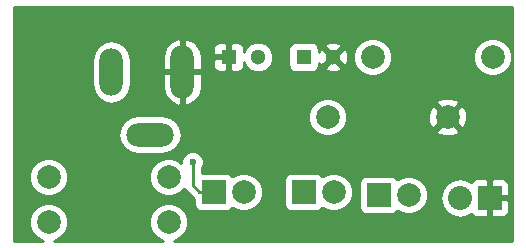
<source format=gbr>
G04 #@! TF.FileFunction,Copper,L2,Bot,Signal*
%FSLAX46Y46*%
G04 Gerber Fmt 4.6, Leading zero omitted, Abs format (unit mm)*
G04 Created by KiCad (PCBNEW 4.0.3-stable) date Sun Aug 21 15:47:32 2016*
%MOMM*%
%LPD*%
G01*
G04 APERTURE LIST*
%ADD10C,0.100000*%
%ADD11R,1.300000X1.300000*%
%ADD12C,1.300000*%
%ADD13R,2.032000X2.032000*%
%ADD14O,2.032000X2.032000*%
%ADD15C,1.998980*%
%ADD16O,4.000500X1.998980*%
%ADD17O,1.998980X4.000500*%
%ADD18O,1.998980X4.500880*%
%ADD19R,2.000000X2.000000*%
%ADD20C,2.000000*%
%ADD21C,0.600000*%
%ADD22C,0.250000*%
%ADD23C,0.254000*%
G04 APERTURE END LIST*
D10*
D11*
X133350000Y-93980000D03*
D12*
X135850000Y-93980000D03*
D11*
X139700000Y-93980000D03*
D12*
X142200000Y-93980000D03*
D13*
X155448000Y-105918000D03*
D14*
X152908000Y-105918000D03*
D15*
X118110000Y-104140000D03*
X128270000Y-104140000D03*
X118110000Y-107950000D03*
X128270000Y-107950000D03*
X151892000Y-99060000D03*
X141732000Y-99060000D03*
D16*
X126690120Y-100550980D03*
D17*
X123438920Y-95250000D03*
D18*
X129440940Y-95250000D03*
D15*
X145542000Y-93980000D03*
X155702000Y-93980000D03*
D19*
X132080000Y-105410000D03*
D20*
X134620000Y-105410000D03*
D19*
X139700000Y-105410000D03*
D20*
X142240000Y-105410000D03*
D19*
X146050000Y-105664000D03*
D20*
X148590000Y-105664000D03*
D21*
X138175199Y-99956413D03*
X136398000Y-99949760D03*
X137597500Y-99422500D03*
X136722500Y-99020000D03*
X130302000Y-102870000D03*
D22*
X130302000Y-102870000D02*
X130302000Y-104832000D01*
X130302000Y-104832000D02*
X130880000Y-105410000D01*
X130880000Y-105410000D02*
X132080000Y-105410000D01*
D23*
G36*
X157353000Y-109526000D02*
X128735938Y-109526000D01*
X129194655Y-109336462D01*
X129654846Y-108877073D01*
X129904206Y-108276547D01*
X129904774Y-107626306D01*
X129656462Y-107025345D01*
X129197073Y-106565154D01*
X128596547Y-106315794D01*
X127946306Y-106315226D01*
X127345345Y-106563538D01*
X126885154Y-107022927D01*
X126635794Y-107623453D01*
X126635226Y-108273694D01*
X126883538Y-108874655D01*
X127342927Y-109334846D01*
X127803277Y-109526000D01*
X118575938Y-109526000D01*
X119034655Y-109336462D01*
X119494846Y-108877073D01*
X119744206Y-108276547D01*
X119744774Y-107626306D01*
X119496462Y-107025345D01*
X119037073Y-106565154D01*
X118436547Y-106315794D01*
X117786306Y-106315226D01*
X117185345Y-106563538D01*
X116725154Y-107022927D01*
X116475794Y-107623453D01*
X116475226Y-108273694D01*
X116723538Y-108874655D01*
X117182927Y-109334846D01*
X117643277Y-109526000D01*
X115189000Y-109526000D01*
X115189000Y-104463694D01*
X116475226Y-104463694D01*
X116723538Y-105064655D01*
X117182927Y-105524846D01*
X117783453Y-105774206D01*
X118433694Y-105774774D01*
X119034655Y-105526462D01*
X119494846Y-105067073D01*
X119744206Y-104466547D01*
X119744208Y-104463694D01*
X126635226Y-104463694D01*
X126883538Y-105064655D01*
X127342927Y-105524846D01*
X127943453Y-105774206D01*
X128593694Y-105774774D01*
X129194655Y-105526462D01*
X129599708Y-105122115D01*
X129599852Y-105122839D01*
X129764599Y-105369401D01*
X130342599Y-105947401D01*
X130432560Y-106007511D01*
X130432560Y-106410000D01*
X130476838Y-106645317D01*
X130615910Y-106861441D01*
X130828110Y-107006431D01*
X131080000Y-107057440D01*
X133080000Y-107057440D01*
X133315317Y-107013162D01*
X133531441Y-106874090D01*
X133628910Y-106731439D01*
X133692637Y-106795278D01*
X134293352Y-107044716D01*
X134943795Y-107045284D01*
X135544943Y-106796894D01*
X136005278Y-106337363D01*
X136254716Y-105736648D01*
X136255284Y-105086205D01*
X136006894Y-104485057D01*
X135931969Y-104410000D01*
X138052560Y-104410000D01*
X138052560Y-106410000D01*
X138096838Y-106645317D01*
X138235910Y-106861441D01*
X138448110Y-107006431D01*
X138700000Y-107057440D01*
X140700000Y-107057440D01*
X140935317Y-107013162D01*
X141151441Y-106874090D01*
X141248910Y-106731439D01*
X141312637Y-106795278D01*
X141913352Y-107044716D01*
X142563795Y-107045284D01*
X143164943Y-106796894D01*
X143625278Y-106337363D01*
X143874716Y-105736648D01*
X143875284Y-105086205D01*
X143700832Y-104664000D01*
X144402560Y-104664000D01*
X144402560Y-106664000D01*
X144446838Y-106899317D01*
X144585910Y-107115441D01*
X144798110Y-107260431D01*
X145050000Y-107311440D01*
X147050000Y-107311440D01*
X147285317Y-107267162D01*
X147501441Y-107128090D01*
X147598910Y-106985439D01*
X147662637Y-107049278D01*
X148263352Y-107298716D01*
X148913795Y-107299284D01*
X149514943Y-107050894D01*
X149975278Y-106591363D01*
X150224716Y-105990648D01*
X150224807Y-105885655D01*
X151257000Y-105885655D01*
X151257000Y-105950345D01*
X151382675Y-106582155D01*
X151740567Y-107117778D01*
X152276190Y-107475670D01*
X152908000Y-107601345D01*
X153539810Y-107475670D01*
X153876001Y-107251034D01*
X153893673Y-107293698D01*
X154072301Y-107472327D01*
X154305690Y-107569000D01*
X155162250Y-107569000D01*
X155321000Y-107410250D01*
X155321000Y-106045000D01*
X155575000Y-106045000D01*
X155575000Y-107410250D01*
X155733750Y-107569000D01*
X156590310Y-107569000D01*
X156823699Y-107472327D01*
X157002327Y-107293698D01*
X157099000Y-107060309D01*
X157099000Y-106203750D01*
X156940250Y-106045000D01*
X155575000Y-106045000D01*
X155321000Y-106045000D01*
X155301000Y-106045000D01*
X155301000Y-105791000D01*
X155321000Y-105791000D01*
X155321000Y-104425750D01*
X155575000Y-104425750D01*
X155575000Y-105791000D01*
X156940250Y-105791000D01*
X157099000Y-105632250D01*
X157099000Y-104775691D01*
X157002327Y-104542302D01*
X156823699Y-104363673D01*
X156590310Y-104267000D01*
X155733750Y-104267000D01*
X155575000Y-104425750D01*
X155321000Y-104425750D01*
X155162250Y-104267000D01*
X154305690Y-104267000D01*
X154072301Y-104363673D01*
X153893673Y-104542302D01*
X153876001Y-104584966D01*
X153539810Y-104360330D01*
X152908000Y-104234655D01*
X152276190Y-104360330D01*
X151740567Y-104718222D01*
X151382675Y-105253845D01*
X151257000Y-105885655D01*
X150224807Y-105885655D01*
X150225284Y-105340205D01*
X149976894Y-104739057D01*
X149517363Y-104278722D01*
X148916648Y-104029284D01*
X148266205Y-104028716D01*
X147665057Y-104277106D01*
X147598426Y-104343621D01*
X147514090Y-104212559D01*
X147301890Y-104067569D01*
X147050000Y-104016560D01*
X145050000Y-104016560D01*
X144814683Y-104060838D01*
X144598559Y-104199910D01*
X144453569Y-104412110D01*
X144402560Y-104664000D01*
X143700832Y-104664000D01*
X143626894Y-104485057D01*
X143167363Y-104024722D01*
X142566648Y-103775284D01*
X141916205Y-103774716D01*
X141315057Y-104023106D01*
X141248426Y-104089621D01*
X141164090Y-103958559D01*
X140951890Y-103813569D01*
X140700000Y-103762560D01*
X138700000Y-103762560D01*
X138464683Y-103806838D01*
X138248559Y-103945910D01*
X138103569Y-104158110D01*
X138052560Y-104410000D01*
X135931969Y-104410000D01*
X135547363Y-104024722D01*
X134946648Y-103775284D01*
X134296205Y-103774716D01*
X133695057Y-104023106D01*
X133628426Y-104089621D01*
X133544090Y-103958559D01*
X133331890Y-103813569D01*
X133080000Y-103762560D01*
X131080000Y-103762560D01*
X131062000Y-103765947D01*
X131062000Y-103432463D01*
X131094192Y-103400327D01*
X131236838Y-103056799D01*
X131237162Y-102684833D01*
X131095117Y-102341057D01*
X130832327Y-102077808D01*
X130488799Y-101935162D01*
X130116833Y-101934838D01*
X129773057Y-102076883D01*
X129509808Y-102339673D01*
X129367162Y-102683201D01*
X129366951Y-102925329D01*
X129197073Y-102755154D01*
X128596547Y-102505794D01*
X127946306Y-102505226D01*
X127345345Y-102753538D01*
X126885154Y-103212927D01*
X126635794Y-103813453D01*
X126635226Y-104463694D01*
X119744208Y-104463694D01*
X119744774Y-103816306D01*
X119496462Y-103215345D01*
X119037073Y-102755154D01*
X118436547Y-102505794D01*
X117786306Y-102505226D01*
X117185345Y-102753538D01*
X116725154Y-103212927D01*
X116475794Y-103813453D01*
X116475226Y-104463694D01*
X115189000Y-104463694D01*
X115189000Y-100550980D01*
X124003242Y-100550980D01*
X124127660Y-101176472D01*
X124481973Y-101706739D01*
X125012240Y-102061052D01*
X125637732Y-102185470D01*
X127742508Y-102185470D01*
X128368000Y-102061052D01*
X128898267Y-101706739D01*
X129252580Y-101176472D01*
X129376998Y-100550980D01*
X129252580Y-99925488D01*
X128898267Y-99395221D01*
X128881016Y-99383694D01*
X140097226Y-99383694D01*
X140345538Y-99984655D01*
X140804927Y-100444846D01*
X141405453Y-100694206D01*
X142055694Y-100694774D01*
X142656655Y-100446462D01*
X142891363Y-100212163D01*
X150919443Y-100212163D01*
X151018042Y-100478965D01*
X151627582Y-100705401D01*
X152277377Y-100681341D01*
X152765958Y-100478965D01*
X152864557Y-100212163D01*
X151892000Y-99239605D01*
X150919443Y-100212163D01*
X142891363Y-100212163D01*
X143116846Y-99987073D01*
X143366206Y-99386547D01*
X143366722Y-98795582D01*
X150246599Y-98795582D01*
X150270659Y-99445377D01*
X150473035Y-99933958D01*
X150739837Y-100032557D01*
X151712395Y-99060000D01*
X152071605Y-99060000D01*
X153044163Y-100032557D01*
X153310965Y-99933958D01*
X153537401Y-99324418D01*
X153513341Y-98674623D01*
X153310965Y-98186042D01*
X153044163Y-98087443D01*
X152071605Y-99060000D01*
X151712395Y-99060000D01*
X150739837Y-98087443D01*
X150473035Y-98186042D01*
X150246599Y-98795582D01*
X143366722Y-98795582D01*
X143366774Y-98736306D01*
X143118462Y-98135345D01*
X142891351Y-97907837D01*
X150919443Y-97907837D01*
X151892000Y-98880395D01*
X152864557Y-97907837D01*
X152765958Y-97641035D01*
X152156418Y-97414599D01*
X151506623Y-97438659D01*
X151018042Y-97641035D01*
X150919443Y-97907837D01*
X142891351Y-97907837D01*
X142659073Y-97675154D01*
X142058547Y-97425794D01*
X141408306Y-97425226D01*
X140807345Y-97673538D01*
X140347154Y-98132927D01*
X140097794Y-98733453D01*
X140097226Y-99383694D01*
X128881016Y-99383694D01*
X128368000Y-99040908D01*
X127742508Y-98916490D01*
X125637732Y-98916490D01*
X125012240Y-99040908D01*
X124481973Y-99395221D01*
X124127660Y-99925488D01*
X124003242Y-100550980D01*
X115189000Y-100550980D01*
X115189000Y-94197612D01*
X121804430Y-94197612D01*
X121804430Y-96302388D01*
X121928848Y-96927880D01*
X122283161Y-97458147D01*
X122813428Y-97812460D01*
X123438920Y-97936878D01*
X124064412Y-97812460D01*
X124594679Y-97458147D01*
X124948992Y-96927880D01*
X125073410Y-96302388D01*
X125073410Y-95377000D01*
X127806450Y-95377000D01*
X127806450Y-96627950D01*
X127979469Y-97243775D01*
X128374984Y-97746512D01*
X128932781Y-98059623D01*
X129060586Y-98090569D01*
X129313940Y-97971215D01*
X129313940Y-95377000D01*
X129567940Y-95377000D01*
X129567940Y-97971215D01*
X129821294Y-98090569D01*
X129949099Y-98059623D01*
X130506896Y-97746512D01*
X130902411Y-97243775D01*
X131075430Y-96627950D01*
X131075430Y-95377000D01*
X129567940Y-95377000D01*
X129313940Y-95377000D01*
X127806450Y-95377000D01*
X125073410Y-95377000D01*
X125073410Y-94197612D01*
X125008652Y-93872050D01*
X127806450Y-93872050D01*
X127806450Y-95123000D01*
X129313940Y-95123000D01*
X129313940Y-92528785D01*
X129567940Y-92528785D01*
X129567940Y-95123000D01*
X131075430Y-95123000D01*
X131075430Y-94265750D01*
X132065000Y-94265750D01*
X132065000Y-94756310D01*
X132161673Y-94989699D01*
X132340302Y-95168327D01*
X132573691Y-95265000D01*
X133064250Y-95265000D01*
X133223000Y-95106250D01*
X133223000Y-94107000D01*
X132223750Y-94107000D01*
X132065000Y-94265750D01*
X131075430Y-94265750D01*
X131075430Y-93872050D01*
X130902411Y-93256225D01*
X130861081Y-93203690D01*
X132065000Y-93203690D01*
X132065000Y-93694250D01*
X132223750Y-93853000D01*
X133223000Y-93853000D01*
X133223000Y-92853750D01*
X133477000Y-92853750D01*
X133477000Y-93853000D01*
X133497000Y-93853000D01*
X133497000Y-94107000D01*
X133477000Y-94107000D01*
X133477000Y-95106250D01*
X133635750Y-95265000D01*
X134126309Y-95265000D01*
X134359698Y-95168327D01*
X134538327Y-94989699D01*
X134635000Y-94756310D01*
X134635000Y-94404433D01*
X134759995Y-94706943D01*
X135121155Y-95068735D01*
X135593276Y-95264777D01*
X136104481Y-95265223D01*
X136576943Y-95070005D01*
X136938735Y-94708845D01*
X137134777Y-94236724D01*
X137135223Y-93725519D01*
X136971798Y-93330000D01*
X138402560Y-93330000D01*
X138402560Y-94630000D01*
X138446838Y-94865317D01*
X138585910Y-95081441D01*
X138798110Y-95226431D01*
X139050000Y-95277440D01*
X140350000Y-95277440D01*
X140585317Y-95233162D01*
X140801441Y-95094090D01*
X140946431Y-94881890D01*
X140947012Y-94879016D01*
X141480590Y-94879016D01*
X141536271Y-95109611D01*
X142019078Y-95277622D01*
X142529428Y-95248083D01*
X142863729Y-95109611D01*
X142919410Y-94879016D01*
X142200000Y-94159605D01*
X141480590Y-94879016D01*
X140947012Y-94879016D01*
X140997440Y-94630000D01*
X140997440Y-94467615D01*
X141070389Y-94643729D01*
X141300984Y-94699410D01*
X142020395Y-93980000D01*
X142379605Y-93980000D01*
X143099016Y-94699410D01*
X143329611Y-94643729D01*
X143447939Y-94303694D01*
X143907226Y-94303694D01*
X144155538Y-94904655D01*
X144614927Y-95364846D01*
X145215453Y-95614206D01*
X145865694Y-95614774D01*
X146466655Y-95366462D01*
X146926846Y-94907073D01*
X147176206Y-94306547D01*
X147176208Y-94303694D01*
X154067226Y-94303694D01*
X154315538Y-94904655D01*
X154774927Y-95364846D01*
X155375453Y-95614206D01*
X156025694Y-95614774D01*
X156626655Y-95366462D01*
X157086846Y-94907073D01*
X157336206Y-94306547D01*
X157336774Y-93656306D01*
X157088462Y-93055345D01*
X156629073Y-92595154D01*
X156028547Y-92345794D01*
X155378306Y-92345226D01*
X154777345Y-92593538D01*
X154317154Y-93052927D01*
X154067794Y-93653453D01*
X154067226Y-94303694D01*
X147176208Y-94303694D01*
X147176774Y-93656306D01*
X146928462Y-93055345D01*
X146469073Y-92595154D01*
X145868547Y-92345794D01*
X145218306Y-92345226D01*
X144617345Y-92593538D01*
X144157154Y-93052927D01*
X143907794Y-93653453D01*
X143907226Y-94303694D01*
X143447939Y-94303694D01*
X143497622Y-94160922D01*
X143468083Y-93650572D01*
X143329611Y-93316271D01*
X143099016Y-93260590D01*
X142379605Y-93980000D01*
X142020395Y-93980000D01*
X141300984Y-93260590D01*
X141070389Y-93316271D01*
X140997440Y-93525902D01*
X140997440Y-93330000D01*
X140953162Y-93094683D01*
X140944347Y-93080984D01*
X141480590Y-93080984D01*
X142200000Y-93800395D01*
X142919410Y-93080984D01*
X142863729Y-92850389D01*
X142380922Y-92682378D01*
X141870572Y-92711917D01*
X141536271Y-92850389D01*
X141480590Y-93080984D01*
X140944347Y-93080984D01*
X140814090Y-92878559D01*
X140601890Y-92733569D01*
X140350000Y-92682560D01*
X139050000Y-92682560D01*
X138814683Y-92726838D01*
X138598559Y-92865910D01*
X138453569Y-93078110D01*
X138402560Y-93330000D01*
X136971798Y-93330000D01*
X136940005Y-93253057D01*
X136578845Y-92891265D01*
X136106724Y-92695223D01*
X135595519Y-92694777D01*
X135123057Y-92889995D01*
X134761265Y-93251155D01*
X134635000Y-93555235D01*
X134635000Y-93203690D01*
X134538327Y-92970301D01*
X134359698Y-92791673D01*
X134126309Y-92695000D01*
X133635750Y-92695000D01*
X133477000Y-92853750D01*
X133223000Y-92853750D01*
X133064250Y-92695000D01*
X132573691Y-92695000D01*
X132340302Y-92791673D01*
X132161673Y-92970301D01*
X132065000Y-93203690D01*
X130861081Y-93203690D01*
X130506896Y-92753488D01*
X129949099Y-92440377D01*
X129821294Y-92409431D01*
X129567940Y-92528785D01*
X129313940Y-92528785D01*
X129060586Y-92409431D01*
X128932781Y-92440377D01*
X128374984Y-92753488D01*
X127979469Y-93256225D01*
X127806450Y-93872050D01*
X125008652Y-93872050D01*
X124948992Y-93572120D01*
X124594679Y-93041853D01*
X124064412Y-92687540D01*
X123438920Y-92563122D01*
X122813428Y-92687540D01*
X122283161Y-93041853D01*
X121928848Y-93572120D01*
X121804430Y-94197612D01*
X115189000Y-94197612D01*
X115189000Y-89789000D01*
X157353000Y-89789000D01*
X157353000Y-109526000D01*
X157353000Y-109526000D01*
G37*
X157353000Y-109526000D02*
X128735938Y-109526000D01*
X129194655Y-109336462D01*
X129654846Y-108877073D01*
X129904206Y-108276547D01*
X129904774Y-107626306D01*
X129656462Y-107025345D01*
X129197073Y-106565154D01*
X128596547Y-106315794D01*
X127946306Y-106315226D01*
X127345345Y-106563538D01*
X126885154Y-107022927D01*
X126635794Y-107623453D01*
X126635226Y-108273694D01*
X126883538Y-108874655D01*
X127342927Y-109334846D01*
X127803277Y-109526000D01*
X118575938Y-109526000D01*
X119034655Y-109336462D01*
X119494846Y-108877073D01*
X119744206Y-108276547D01*
X119744774Y-107626306D01*
X119496462Y-107025345D01*
X119037073Y-106565154D01*
X118436547Y-106315794D01*
X117786306Y-106315226D01*
X117185345Y-106563538D01*
X116725154Y-107022927D01*
X116475794Y-107623453D01*
X116475226Y-108273694D01*
X116723538Y-108874655D01*
X117182927Y-109334846D01*
X117643277Y-109526000D01*
X115189000Y-109526000D01*
X115189000Y-104463694D01*
X116475226Y-104463694D01*
X116723538Y-105064655D01*
X117182927Y-105524846D01*
X117783453Y-105774206D01*
X118433694Y-105774774D01*
X119034655Y-105526462D01*
X119494846Y-105067073D01*
X119744206Y-104466547D01*
X119744208Y-104463694D01*
X126635226Y-104463694D01*
X126883538Y-105064655D01*
X127342927Y-105524846D01*
X127943453Y-105774206D01*
X128593694Y-105774774D01*
X129194655Y-105526462D01*
X129599708Y-105122115D01*
X129599852Y-105122839D01*
X129764599Y-105369401D01*
X130342599Y-105947401D01*
X130432560Y-106007511D01*
X130432560Y-106410000D01*
X130476838Y-106645317D01*
X130615910Y-106861441D01*
X130828110Y-107006431D01*
X131080000Y-107057440D01*
X133080000Y-107057440D01*
X133315317Y-107013162D01*
X133531441Y-106874090D01*
X133628910Y-106731439D01*
X133692637Y-106795278D01*
X134293352Y-107044716D01*
X134943795Y-107045284D01*
X135544943Y-106796894D01*
X136005278Y-106337363D01*
X136254716Y-105736648D01*
X136255284Y-105086205D01*
X136006894Y-104485057D01*
X135931969Y-104410000D01*
X138052560Y-104410000D01*
X138052560Y-106410000D01*
X138096838Y-106645317D01*
X138235910Y-106861441D01*
X138448110Y-107006431D01*
X138700000Y-107057440D01*
X140700000Y-107057440D01*
X140935317Y-107013162D01*
X141151441Y-106874090D01*
X141248910Y-106731439D01*
X141312637Y-106795278D01*
X141913352Y-107044716D01*
X142563795Y-107045284D01*
X143164943Y-106796894D01*
X143625278Y-106337363D01*
X143874716Y-105736648D01*
X143875284Y-105086205D01*
X143700832Y-104664000D01*
X144402560Y-104664000D01*
X144402560Y-106664000D01*
X144446838Y-106899317D01*
X144585910Y-107115441D01*
X144798110Y-107260431D01*
X145050000Y-107311440D01*
X147050000Y-107311440D01*
X147285317Y-107267162D01*
X147501441Y-107128090D01*
X147598910Y-106985439D01*
X147662637Y-107049278D01*
X148263352Y-107298716D01*
X148913795Y-107299284D01*
X149514943Y-107050894D01*
X149975278Y-106591363D01*
X150224716Y-105990648D01*
X150224807Y-105885655D01*
X151257000Y-105885655D01*
X151257000Y-105950345D01*
X151382675Y-106582155D01*
X151740567Y-107117778D01*
X152276190Y-107475670D01*
X152908000Y-107601345D01*
X153539810Y-107475670D01*
X153876001Y-107251034D01*
X153893673Y-107293698D01*
X154072301Y-107472327D01*
X154305690Y-107569000D01*
X155162250Y-107569000D01*
X155321000Y-107410250D01*
X155321000Y-106045000D01*
X155575000Y-106045000D01*
X155575000Y-107410250D01*
X155733750Y-107569000D01*
X156590310Y-107569000D01*
X156823699Y-107472327D01*
X157002327Y-107293698D01*
X157099000Y-107060309D01*
X157099000Y-106203750D01*
X156940250Y-106045000D01*
X155575000Y-106045000D01*
X155321000Y-106045000D01*
X155301000Y-106045000D01*
X155301000Y-105791000D01*
X155321000Y-105791000D01*
X155321000Y-104425750D01*
X155575000Y-104425750D01*
X155575000Y-105791000D01*
X156940250Y-105791000D01*
X157099000Y-105632250D01*
X157099000Y-104775691D01*
X157002327Y-104542302D01*
X156823699Y-104363673D01*
X156590310Y-104267000D01*
X155733750Y-104267000D01*
X155575000Y-104425750D01*
X155321000Y-104425750D01*
X155162250Y-104267000D01*
X154305690Y-104267000D01*
X154072301Y-104363673D01*
X153893673Y-104542302D01*
X153876001Y-104584966D01*
X153539810Y-104360330D01*
X152908000Y-104234655D01*
X152276190Y-104360330D01*
X151740567Y-104718222D01*
X151382675Y-105253845D01*
X151257000Y-105885655D01*
X150224807Y-105885655D01*
X150225284Y-105340205D01*
X149976894Y-104739057D01*
X149517363Y-104278722D01*
X148916648Y-104029284D01*
X148266205Y-104028716D01*
X147665057Y-104277106D01*
X147598426Y-104343621D01*
X147514090Y-104212559D01*
X147301890Y-104067569D01*
X147050000Y-104016560D01*
X145050000Y-104016560D01*
X144814683Y-104060838D01*
X144598559Y-104199910D01*
X144453569Y-104412110D01*
X144402560Y-104664000D01*
X143700832Y-104664000D01*
X143626894Y-104485057D01*
X143167363Y-104024722D01*
X142566648Y-103775284D01*
X141916205Y-103774716D01*
X141315057Y-104023106D01*
X141248426Y-104089621D01*
X141164090Y-103958559D01*
X140951890Y-103813569D01*
X140700000Y-103762560D01*
X138700000Y-103762560D01*
X138464683Y-103806838D01*
X138248559Y-103945910D01*
X138103569Y-104158110D01*
X138052560Y-104410000D01*
X135931969Y-104410000D01*
X135547363Y-104024722D01*
X134946648Y-103775284D01*
X134296205Y-103774716D01*
X133695057Y-104023106D01*
X133628426Y-104089621D01*
X133544090Y-103958559D01*
X133331890Y-103813569D01*
X133080000Y-103762560D01*
X131080000Y-103762560D01*
X131062000Y-103765947D01*
X131062000Y-103432463D01*
X131094192Y-103400327D01*
X131236838Y-103056799D01*
X131237162Y-102684833D01*
X131095117Y-102341057D01*
X130832327Y-102077808D01*
X130488799Y-101935162D01*
X130116833Y-101934838D01*
X129773057Y-102076883D01*
X129509808Y-102339673D01*
X129367162Y-102683201D01*
X129366951Y-102925329D01*
X129197073Y-102755154D01*
X128596547Y-102505794D01*
X127946306Y-102505226D01*
X127345345Y-102753538D01*
X126885154Y-103212927D01*
X126635794Y-103813453D01*
X126635226Y-104463694D01*
X119744208Y-104463694D01*
X119744774Y-103816306D01*
X119496462Y-103215345D01*
X119037073Y-102755154D01*
X118436547Y-102505794D01*
X117786306Y-102505226D01*
X117185345Y-102753538D01*
X116725154Y-103212927D01*
X116475794Y-103813453D01*
X116475226Y-104463694D01*
X115189000Y-104463694D01*
X115189000Y-100550980D01*
X124003242Y-100550980D01*
X124127660Y-101176472D01*
X124481973Y-101706739D01*
X125012240Y-102061052D01*
X125637732Y-102185470D01*
X127742508Y-102185470D01*
X128368000Y-102061052D01*
X128898267Y-101706739D01*
X129252580Y-101176472D01*
X129376998Y-100550980D01*
X129252580Y-99925488D01*
X128898267Y-99395221D01*
X128881016Y-99383694D01*
X140097226Y-99383694D01*
X140345538Y-99984655D01*
X140804927Y-100444846D01*
X141405453Y-100694206D01*
X142055694Y-100694774D01*
X142656655Y-100446462D01*
X142891363Y-100212163D01*
X150919443Y-100212163D01*
X151018042Y-100478965D01*
X151627582Y-100705401D01*
X152277377Y-100681341D01*
X152765958Y-100478965D01*
X152864557Y-100212163D01*
X151892000Y-99239605D01*
X150919443Y-100212163D01*
X142891363Y-100212163D01*
X143116846Y-99987073D01*
X143366206Y-99386547D01*
X143366722Y-98795582D01*
X150246599Y-98795582D01*
X150270659Y-99445377D01*
X150473035Y-99933958D01*
X150739837Y-100032557D01*
X151712395Y-99060000D01*
X152071605Y-99060000D01*
X153044163Y-100032557D01*
X153310965Y-99933958D01*
X153537401Y-99324418D01*
X153513341Y-98674623D01*
X153310965Y-98186042D01*
X153044163Y-98087443D01*
X152071605Y-99060000D01*
X151712395Y-99060000D01*
X150739837Y-98087443D01*
X150473035Y-98186042D01*
X150246599Y-98795582D01*
X143366722Y-98795582D01*
X143366774Y-98736306D01*
X143118462Y-98135345D01*
X142891351Y-97907837D01*
X150919443Y-97907837D01*
X151892000Y-98880395D01*
X152864557Y-97907837D01*
X152765958Y-97641035D01*
X152156418Y-97414599D01*
X151506623Y-97438659D01*
X151018042Y-97641035D01*
X150919443Y-97907837D01*
X142891351Y-97907837D01*
X142659073Y-97675154D01*
X142058547Y-97425794D01*
X141408306Y-97425226D01*
X140807345Y-97673538D01*
X140347154Y-98132927D01*
X140097794Y-98733453D01*
X140097226Y-99383694D01*
X128881016Y-99383694D01*
X128368000Y-99040908D01*
X127742508Y-98916490D01*
X125637732Y-98916490D01*
X125012240Y-99040908D01*
X124481973Y-99395221D01*
X124127660Y-99925488D01*
X124003242Y-100550980D01*
X115189000Y-100550980D01*
X115189000Y-94197612D01*
X121804430Y-94197612D01*
X121804430Y-96302388D01*
X121928848Y-96927880D01*
X122283161Y-97458147D01*
X122813428Y-97812460D01*
X123438920Y-97936878D01*
X124064412Y-97812460D01*
X124594679Y-97458147D01*
X124948992Y-96927880D01*
X125073410Y-96302388D01*
X125073410Y-95377000D01*
X127806450Y-95377000D01*
X127806450Y-96627950D01*
X127979469Y-97243775D01*
X128374984Y-97746512D01*
X128932781Y-98059623D01*
X129060586Y-98090569D01*
X129313940Y-97971215D01*
X129313940Y-95377000D01*
X129567940Y-95377000D01*
X129567940Y-97971215D01*
X129821294Y-98090569D01*
X129949099Y-98059623D01*
X130506896Y-97746512D01*
X130902411Y-97243775D01*
X131075430Y-96627950D01*
X131075430Y-95377000D01*
X129567940Y-95377000D01*
X129313940Y-95377000D01*
X127806450Y-95377000D01*
X125073410Y-95377000D01*
X125073410Y-94197612D01*
X125008652Y-93872050D01*
X127806450Y-93872050D01*
X127806450Y-95123000D01*
X129313940Y-95123000D01*
X129313940Y-92528785D01*
X129567940Y-92528785D01*
X129567940Y-95123000D01*
X131075430Y-95123000D01*
X131075430Y-94265750D01*
X132065000Y-94265750D01*
X132065000Y-94756310D01*
X132161673Y-94989699D01*
X132340302Y-95168327D01*
X132573691Y-95265000D01*
X133064250Y-95265000D01*
X133223000Y-95106250D01*
X133223000Y-94107000D01*
X132223750Y-94107000D01*
X132065000Y-94265750D01*
X131075430Y-94265750D01*
X131075430Y-93872050D01*
X130902411Y-93256225D01*
X130861081Y-93203690D01*
X132065000Y-93203690D01*
X132065000Y-93694250D01*
X132223750Y-93853000D01*
X133223000Y-93853000D01*
X133223000Y-92853750D01*
X133477000Y-92853750D01*
X133477000Y-93853000D01*
X133497000Y-93853000D01*
X133497000Y-94107000D01*
X133477000Y-94107000D01*
X133477000Y-95106250D01*
X133635750Y-95265000D01*
X134126309Y-95265000D01*
X134359698Y-95168327D01*
X134538327Y-94989699D01*
X134635000Y-94756310D01*
X134635000Y-94404433D01*
X134759995Y-94706943D01*
X135121155Y-95068735D01*
X135593276Y-95264777D01*
X136104481Y-95265223D01*
X136576943Y-95070005D01*
X136938735Y-94708845D01*
X137134777Y-94236724D01*
X137135223Y-93725519D01*
X136971798Y-93330000D01*
X138402560Y-93330000D01*
X138402560Y-94630000D01*
X138446838Y-94865317D01*
X138585910Y-95081441D01*
X138798110Y-95226431D01*
X139050000Y-95277440D01*
X140350000Y-95277440D01*
X140585317Y-95233162D01*
X140801441Y-95094090D01*
X140946431Y-94881890D01*
X140947012Y-94879016D01*
X141480590Y-94879016D01*
X141536271Y-95109611D01*
X142019078Y-95277622D01*
X142529428Y-95248083D01*
X142863729Y-95109611D01*
X142919410Y-94879016D01*
X142200000Y-94159605D01*
X141480590Y-94879016D01*
X140947012Y-94879016D01*
X140997440Y-94630000D01*
X140997440Y-94467615D01*
X141070389Y-94643729D01*
X141300984Y-94699410D01*
X142020395Y-93980000D01*
X142379605Y-93980000D01*
X143099016Y-94699410D01*
X143329611Y-94643729D01*
X143447939Y-94303694D01*
X143907226Y-94303694D01*
X144155538Y-94904655D01*
X144614927Y-95364846D01*
X145215453Y-95614206D01*
X145865694Y-95614774D01*
X146466655Y-95366462D01*
X146926846Y-94907073D01*
X147176206Y-94306547D01*
X147176208Y-94303694D01*
X154067226Y-94303694D01*
X154315538Y-94904655D01*
X154774927Y-95364846D01*
X155375453Y-95614206D01*
X156025694Y-95614774D01*
X156626655Y-95366462D01*
X157086846Y-94907073D01*
X157336206Y-94306547D01*
X157336774Y-93656306D01*
X157088462Y-93055345D01*
X156629073Y-92595154D01*
X156028547Y-92345794D01*
X155378306Y-92345226D01*
X154777345Y-92593538D01*
X154317154Y-93052927D01*
X154067794Y-93653453D01*
X154067226Y-94303694D01*
X147176208Y-94303694D01*
X147176774Y-93656306D01*
X146928462Y-93055345D01*
X146469073Y-92595154D01*
X145868547Y-92345794D01*
X145218306Y-92345226D01*
X144617345Y-92593538D01*
X144157154Y-93052927D01*
X143907794Y-93653453D01*
X143907226Y-94303694D01*
X143447939Y-94303694D01*
X143497622Y-94160922D01*
X143468083Y-93650572D01*
X143329611Y-93316271D01*
X143099016Y-93260590D01*
X142379605Y-93980000D01*
X142020395Y-93980000D01*
X141300984Y-93260590D01*
X141070389Y-93316271D01*
X140997440Y-93525902D01*
X140997440Y-93330000D01*
X140953162Y-93094683D01*
X140944347Y-93080984D01*
X141480590Y-93080984D01*
X142200000Y-93800395D01*
X142919410Y-93080984D01*
X142863729Y-92850389D01*
X142380922Y-92682378D01*
X141870572Y-92711917D01*
X141536271Y-92850389D01*
X141480590Y-93080984D01*
X140944347Y-93080984D01*
X140814090Y-92878559D01*
X140601890Y-92733569D01*
X140350000Y-92682560D01*
X139050000Y-92682560D01*
X138814683Y-92726838D01*
X138598559Y-92865910D01*
X138453569Y-93078110D01*
X138402560Y-93330000D01*
X136971798Y-93330000D01*
X136940005Y-93253057D01*
X136578845Y-92891265D01*
X136106724Y-92695223D01*
X135595519Y-92694777D01*
X135123057Y-92889995D01*
X134761265Y-93251155D01*
X134635000Y-93555235D01*
X134635000Y-93203690D01*
X134538327Y-92970301D01*
X134359698Y-92791673D01*
X134126309Y-92695000D01*
X133635750Y-92695000D01*
X133477000Y-92853750D01*
X133223000Y-92853750D01*
X133064250Y-92695000D01*
X132573691Y-92695000D01*
X132340302Y-92791673D01*
X132161673Y-92970301D01*
X132065000Y-93203690D01*
X130861081Y-93203690D01*
X130506896Y-92753488D01*
X129949099Y-92440377D01*
X129821294Y-92409431D01*
X129567940Y-92528785D01*
X129313940Y-92528785D01*
X129060586Y-92409431D01*
X128932781Y-92440377D01*
X128374984Y-92753488D01*
X127979469Y-93256225D01*
X127806450Y-93872050D01*
X125008652Y-93872050D01*
X124948992Y-93572120D01*
X124594679Y-93041853D01*
X124064412Y-92687540D01*
X123438920Y-92563122D01*
X122813428Y-92687540D01*
X122283161Y-93041853D01*
X121928848Y-93572120D01*
X121804430Y-94197612D01*
X115189000Y-94197612D01*
X115189000Y-89789000D01*
X157353000Y-89789000D01*
X157353000Y-109526000D01*
M02*

</source>
